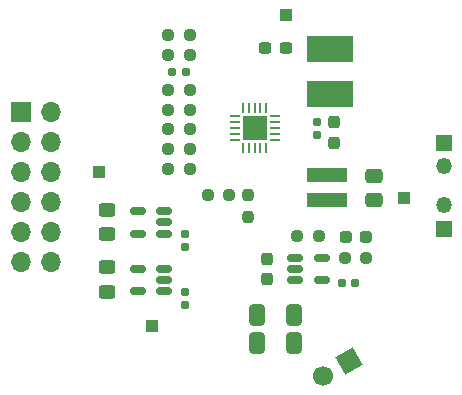
<source format=gbr>
%TF.GenerationSoftware,KiCad,Pcbnew,7.0.5*%
%TF.CreationDate,2023-06-07T18:34:11-04:00*%
%TF.ProjectId,PWR,5057522e-6b69-4636-9164-5f7063625858,rev?*%
%TF.SameCoordinates,Original*%
%TF.FileFunction,Soldermask,Top*%
%TF.FilePolarity,Negative*%
%FSLAX46Y46*%
G04 Gerber Fmt 4.6, Leading zero omitted, Abs format (unit mm)*
G04 Created by KiCad (PCBNEW 7.0.5) date 2023-06-07 18:34:11*
%MOMM*%
%LPD*%
G01*
G04 APERTURE LIST*
G04 Aperture macros list*
%AMRoundRect*
0 Rectangle with rounded corners*
0 $1 Rounding radius*
0 $2 $3 $4 $5 $6 $7 $8 $9 X,Y pos of 4 corners*
0 Add a 4 corners polygon primitive as box body*
4,1,4,$2,$3,$4,$5,$6,$7,$8,$9,$2,$3,0*
0 Add four circle primitives for the rounded corners*
1,1,$1+$1,$2,$3*
1,1,$1+$1,$4,$5*
1,1,$1+$1,$6,$7*
1,1,$1+$1,$8,$9*
0 Add four rect primitives between the rounded corners*
20,1,$1+$1,$2,$3,$4,$5,0*
20,1,$1+$1,$4,$5,$6,$7,0*
20,1,$1+$1,$6,$7,$8,$9,0*
20,1,$1+$1,$8,$9,$2,$3,0*%
%AMHorizOval*
0 Thick line with rounded ends*
0 $1 width*
0 $2 $3 position (X,Y) of the first rounded end (center of the circle)*
0 $4 $5 position (X,Y) of the second rounded end (center of the circle)*
0 Add line between two ends*
20,1,$1,$2,$3,$4,$5,0*
0 Add two circle primitives to create the rounded ends*
1,1,$1,$2,$3*
1,1,$1,$4,$5*%
%AMRotRect*
0 Rectangle, with rotation*
0 The origin of the aperture is its center*
0 $1 length*
0 $2 width*
0 $3 Rotation angle, in degrees counterclockwise*
0 Add horizontal line*
21,1,$1,$2,0,0,$3*%
G04 Aperture macros list end*
%ADD10RoundRect,0.237500X0.250000X0.237500X-0.250000X0.237500X-0.250000X-0.237500X0.250000X-0.237500X0*%
%ADD11RoundRect,0.237500X0.237500X-0.300000X0.237500X0.300000X-0.237500X0.300000X-0.237500X-0.300000X0*%
%ADD12RoundRect,0.150000X0.512500X0.150000X-0.512500X0.150000X-0.512500X-0.150000X0.512500X-0.150000X0*%
%ADD13RoundRect,0.155000X-0.212500X-0.155000X0.212500X-0.155000X0.212500X0.155000X-0.212500X0.155000X0*%
%ADD14R,1.000000X1.000000*%
%ADD15RoundRect,0.237500X-0.250000X-0.237500X0.250000X-0.237500X0.250000X0.237500X-0.250000X0.237500X0*%
%ADD16RoundRect,0.250000X0.412500X0.650000X-0.412500X0.650000X-0.412500X-0.650000X0.412500X-0.650000X0*%
%ADD17R,3.900000X2.200000*%
%ADD18RoundRect,0.237500X0.237500X-0.250000X0.237500X0.250000X-0.237500X0.250000X-0.237500X-0.250000X0*%
%ADD19RoundRect,0.155000X-0.155000X0.212500X-0.155000X-0.212500X0.155000X-0.212500X0.155000X0.212500X0*%
%ADD20RoundRect,0.062500X-0.062500X0.375000X-0.062500X-0.375000X0.062500X-0.375000X0.062500X0.375000X0*%
%ADD21RoundRect,0.062500X-0.375000X0.062500X-0.375000X-0.062500X0.375000X-0.062500X0.375000X0.062500X0*%
%ADD22R,2.000000X2.000000*%
%ADD23RoundRect,0.237500X-0.237500X0.300000X-0.237500X-0.300000X0.237500X-0.300000X0.237500X0.300000X0*%
%ADD24RoundRect,0.250000X0.450000X-0.325000X0.450000X0.325000X-0.450000X0.325000X-0.450000X-0.325000X0*%
%ADD25R,3.400000X1.300000*%
%ADD26R,1.350000X1.350000*%
%ADD27O,1.350000X1.350000*%
%ADD28RoundRect,0.150000X-0.512500X-0.150000X0.512500X-0.150000X0.512500X0.150000X-0.512500X0.150000X0*%
%ADD29RoundRect,0.237500X-0.287500X-0.237500X0.287500X-0.237500X0.287500X0.237500X-0.287500X0.237500X0*%
%ADD30RoundRect,0.250000X0.475000X-0.337500X0.475000X0.337500X-0.475000X0.337500X-0.475000X-0.337500X0*%
%ADD31RotRect,1.700000X1.700000X300.000000*%
%ADD32HorizOval,1.700000X0.000000X0.000000X0.000000X0.000000X0*%
%ADD33RoundRect,0.155000X0.212500X0.155000X-0.212500X0.155000X-0.212500X-0.155000X0.212500X-0.155000X0*%
%ADD34RoundRect,0.237500X0.300000X0.237500X-0.300000X0.237500X-0.300000X-0.237500X0.300000X-0.237500X0*%
%ADD35R,1.700000X1.700000*%
%ADD36O,1.700000X1.700000*%
G04 APERTURE END LIST*
D10*
%TO.C,R15*%
X158442500Y-101440000D03*
X156617500Y-101440000D03*
%TD*%
D11*
%TO.C,C4*%
X150030000Y-103252500D03*
X150030000Y-101527500D03*
%TD*%
D12*
%TO.C,U1*%
X141367500Y-99402500D03*
X141367500Y-98452500D03*
X141367500Y-97502500D03*
X139092500Y-97502500D03*
X139092500Y-99402500D03*
%TD*%
D13*
%TO.C,C13*%
X156392500Y-103590000D03*
X157527500Y-103590000D03*
%TD*%
D14*
%TO.C,TP1*%
X135820000Y-94140000D03*
%TD*%
D15*
%TO.C,R13*%
X141683220Y-82594280D03*
X143508220Y-82594280D03*
%TD*%
D10*
%TO.C,R16*%
X154442500Y-99630000D03*
X152617500Y-99630000D03*
%TD*%
D16*
%TO.C,C5*%
X152362500Y-106300000D03*
X149237500Y-106300000D03*
%TD*%
D15*
%TO.C,R12*%
X141683220Y-84294280D03*
X143508220Y-84294280D03*
%TD*%
D17*
%TO.C,L2*%
X155420000Y-83740000D03*
X155420000Y-87540000D03*
%TD*%
D18*
%TO.C,R11*%
X148420000Y-97952500D03*
X148420000Y-96127500D03*
%TD*%
D19*
%TO.C,C11*%
X143130000Y-104322500D03*
X143130000Y-105457500D03*
%TD*%
D20*
%TO.C,U2*%
X149995720Y-88756780D03*
X149495720Y-88756780D03*
X148995720Y-88756780D03*
X148495720Y-88756780D03*
X147995720Y-88756780D03*
D21*
X147308220Y-89444280D03*
X147308220Y-89944280D03*
X147308220Y-90444280D03*
X147308220Y-90944280D03*
X147308220Y-91444280D03*
D20*
X147995720Y-92131780D03*
X148495720Y-92131780D03*
X148995720Y-92131780D03*
X149495720Y-92131780D03*
X149995720Y-92131780D03*
D21*
X150683220Y-91444280D03*
X150683220Y-90944280D03*
X150683220Y-90444280D03*
X150683220Y-89944280D03*
X150683220Y-89444280D03*
D22*
X148995720Y-90444280D03*
%TD*%
D23*
%TO.C,C3*%
X155755720Y-89981780D03*
X155755720Y-91706780D03*
%TD*%
D15*
%TO.C,R10*%
X141683220Y-92254280D03*
X143508220Y-92254280D03*
%TD*%
D24*
%TO.C,C10*%
X136480000Y-99455000D03*
X136480000Y-97405000D03*
%TD*%
D15*
%TO.C,R14*%
X141683220Y-93954280D03*
X143508220Y-93954280D03*
%TD*%
D25*
%TO.C,L1*%
X155170000Y-94464280D03*
X155170000Y-96564280D03*
%TD*%
D19*
%TO.C,C2*%
X154245720Y-89926780D03*
X154245720Y-91061780D03*
%TD*%
D26*
%TO.C,J4*%
X165000000Y-91700000D03*
D27*
X165000000Y-93700000D03*
%TD*%
D28*
%TO.C,U4*%
X152392500Y-101440000D03*
X152392500Y-102390000D03*
X152392500Y-103340000D03*
X154667500Y-103340000D03*
X154667500Y-101440000D03*
%TD*%
D29*
%TO.C,D1*%
X156700000Y-99660000D03*
X158450000Y-99660000D03*
%TD*%
D15*
%TO.C,R9*%
X141687500Y-87200000D03*
X143512500Y-87200000D03*
%TD*%
D19*
%TO.C,C9*%
X143110000Y-99432500D03*
X143110000Y-100567500D03*
%TD*%
D14*
%TO.C,TP3*%
X151670000Y-80890000D03*
%TD*%
D30*
%TO.C,C6*%
X159145720Y-96551780D03*
X159145720Y-94476780D03*
%TD*%
D24*
%TO.C,C12*%
X136480000Y-104305000D03*
X136480000Y-102255000D03*
%TD*%
D14*
%TO.C,TP4*%
X140350000Y-107180000D03*
%TD*%
D16*
%TO.C,C1*%
X152362500Y-108650000D03*
X149237500Y-108650000D03*
%TD*%
D26*
%TO.C,J3*%
X165000000Y-99000000D03*
D27*
X165000000Y-97000000D03*
%TD*%
D31*
%TO.C,J1*%
X156994182Y-110142500D03*
D32*
X154794477Y-111412500D03*
%TD*%
D10*
%TO.C,R6*%
X143502500Y-88890000D03*
X141677500Y-88890000D03*
%TD*%
D33*
%TO.C,C8*%
X143163220Y-85724280D03*
X142028220Y-85724280D03*
%TD*%
D34*
%TO.C,C7*%
X151632500Y-83720000D03*
X149907500Y-83720000D03*
%TD*%
D15*
%TO.C,R7*%
X141683220Y-90554280D03*
X143508220Y-90554280D03*
%TD*%
D14*
%TO.C,TP2*%
X161660000Y-96420000D03*
%TD*%
D12*
%TO.C,U3*%
X141367500Y-104252500D03*
X141367500Y-103302500D03*
X141367500Y-102352500D03*
X139092500Y-102352500D03*
X139092500Y-104252500D03*
%TD*%
D35*
%TO.C,J2*%
X129225000Y-89100000D03*
D36*
X131765000Y-89100000D03*
X129225000Y-91640000D03*
X131765000Y-91640000D03*
X129225000Y-94180000D03*
X131765000Y-94180000D03*
X129225000Y-96720000D03*
X131765000Y-96720000D03*
X129225000Y-99260000D03*
X131765000Y-99260000D03*
X129225000Y-101800000D03*
X131765000Y-101800000D03*
%TD*%
D10*
%TO.C,R8*%
X146852500Y-96110000D03*
X145027500Y-96110000D03*
%TD*%
M02*

</source>
